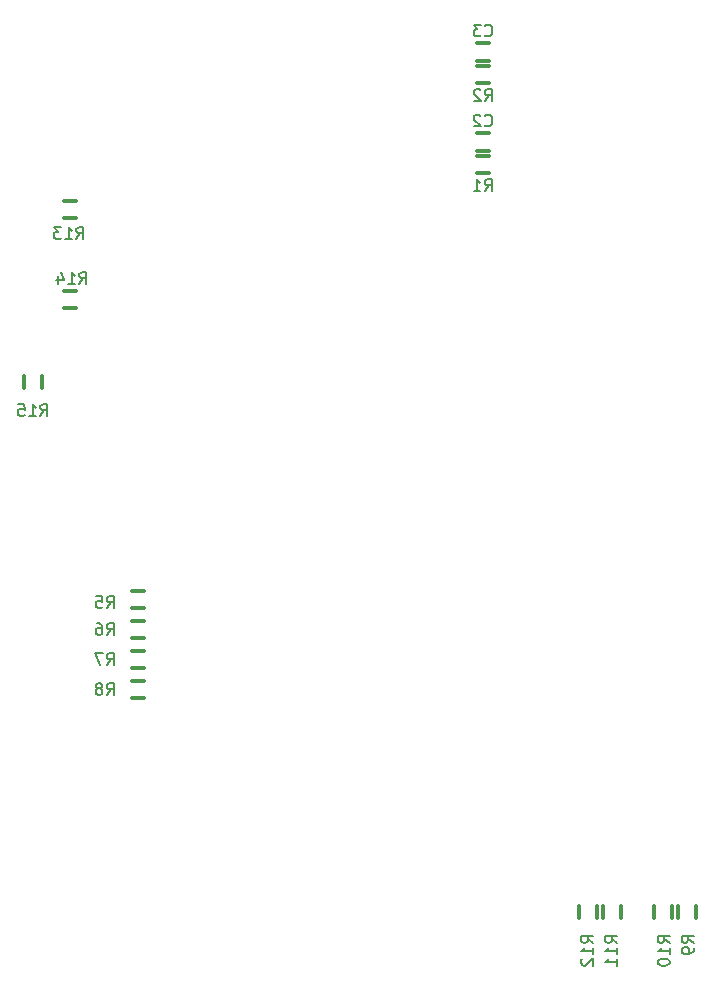
<source format=gbr>
G04 #@! TF.FileFunction,Legend,Bot*
%FSLAX46Y46*%
G04 Gerber Fmt 4.6, Leading zero omitted, Abs format (unit mm)*
G04 Created by KiCad (PCBNEW 4.0.7) date 06/22/21 16:10:00*
%MOMM*%
%LPD*%
G01*
G04 APERTURE LIST*
%ADD10C,0.100000*%
%ADD11C,0.300000*%
%ADD12C,0.150000*%
G04 APERTURE END LIST*
D10*
D11*
X96222000Y-62593000D02*
X95222000Y-62593000D01*
X95222000Y-64093000D02*
X96222000Y-64093000D01*
X96222000Y-54973000D02*
X95222000Y-54973000D01*
X95222000Y-56473000D02*
X96222000Y-56473000D01*
X95222000Y-65998000D02*
X96222000Y-65998000D01*
X96222000Y-64498000D02*
X95222000Y-64498000D01*
X95222000Y-58378000D02*
X96222000Y-58378000D01*
X96222000Y-56878000D02*
X95222000Y-56878000D01*
X66012000Y-102828000D02*
X67012000Y-102828000D01*
X67012000Y-101328000D02*
X66012000Y-101328000D01*
X66012000Y-105368000D02*
X67012000Y-105368000D01*
X67012000Y-103868000D02*
X66012000Y-103868000D01*
X66012000Y-107908000D02*
X67012000Y-107908000D01*
X67012000Y-106408000D02*
X66012000Y-106408000D01*
X66012000Y-110448000D02*
X67012000Y-110448000D01*
X67012000Y-108948000D02*
X66012000Y-108948000D01*
X113744000Y-128994000D02*
X113744000Y-127994000D01*
X112244000Y-127994000D02*
X112244000Y-128994000D01*
X111712000Y-128994000D02*
X111712000Y-127994000D01*
X110212000Y-127994000D02*
X110212000Y-128994000D01*
X107394000Y-128994000D02*
X107394000Y-127994000D01*
X105894000Y-127994000D02*
X105894000Y-128994000D01*
X105362000Y-128994000D02*
X105362000Y-127994000D01*
X103862000Y-127994000D02*
X103862000Y-128994000D01*
X60297000Y-69808000D02*
X61297000Y-69808000D01*
X61297000Y-68308000D02*
X60297000Y-68308000D01*
X60297000Y-77428000D02*
X61297000Y-77428000D01*
X61297000Y-75928000D02*
X60297000Y-75928000D01*
X58372000Y-84163000D02*
X58372000Y-83163000D01*
X56872000Y-83163000D02*
X56872000Y-84163000D01*
D12*
X95888666Y-61922143D02*
X95936285Y-61969762D01*
X96079142Y-62017381D01*
X96174380Y-62017381D01*
X96317238Y-61969762D01*
X96412476Y-61874524D01*
X96460095Y-61779286D01*
X96507714Y-61588810D01*
X96507714Y-61445952D01*
X96460095Y-61255476D01*
X96412476Y-61160238D01*
X96317238Y-61065000D01*
X96174380Y-61017381D01*
X96079142Y-61017381D01*
X95936285Y-61065000D01*
X95888666Y-61112619D01*
X95507714Y-61112619D02*
X95460095Y-61065000D01*
X95364857Y-61017381D01*
X95126761Y-61017381D01*
X95031523Y-61065000D01*
X94983904Y-61112619D01*
X94936285Y-61207857D01*
X94936285Y-61303095D01*
X94983904Y-61445952D01*
X95555333Y-62017381D01*
X94936285Y-62017381D01*
X95888666Y-54302143D02*
X95936285Y-54349762D01*
X96079142Y-54397381D01*
X96174380Y-54397381D01*
X96317238Y-54349762D01*
X96412476Y-54254524D01*
X96460095Y-54159286D01*
X96507714Y-53968810D01*
X96507714Y-53825952D01*
X96460095Y-53635476D01*
X96412476Y-53540238D01*
X96317238Y-53445000D01*
X96174380Y-53397381D01*
X96079142Y-53397381D01*
X95936285Y-53445000D01*
X95888666Y-53492619D01*
X95555333Y-53397381D02*
X94936285Y-53397381D01*
X95269619Y-53778333D01*
X95126761Y-53778333D01*
X95031523Y-53825952D01*
X94983904Y-53873571D01*
X94936285Y-53968810D01*
X94936285Y-54206905D01*
X94983904Y-54302143D01*
X95031523Y-54349762D01*
X95126761Y-54397381D01*
X95412476Y-54397381D01*
X95507714Y-54349762D01*
X95555333Y-54302143D01*
X95888666Y-67478381D02*
X96222000Y-67002190D01*
X96460095Y-67478381D02*
X96460095Y-66478381D01*
X96079142Y-66478381D01*
X95983904Y-66526000D01*
X95936285Y-66573619D01*
X95888666Y-66668857D01*
X95888666Y-66811714D01*
X95936285Y-66906952D01*
X95983904Y-66954571D01*
X96079142Y-67002190D01*
X96460095Y-67002190D01*
X94936285Y-67478381D02*
X95507714Y-67478381D01*
X95222000Y-67478381D02*
X95222000Y-66478381D01*
X95317238Y-66621238D01*
X95412476Y-66716476D01*
X95507714Y-66764095D01*
X95888666Y-59858381D02*
X96222000Y-59382190D01*
X96460095Y-59858381D02*
X96460095Y-58858381D01*
X96079142Y-58858381D01*
X95983904Y-58906000D01*
X95936285Y-58953619D01*
X95888666Y-59048857D01*
X95888666Y-59191714D01*
X95936285Y-59286952D01*
X95983904Y-59334571D01*
X96079142Y-59382190D01*
X96460095Y-59382190D01*
X95507714Y-58953619D02*
X95460095Y-58906000D01*
X95364857Y-58858381D01*
X95126761Y-58858381D01*
X95031523Y-58906000D01*
X94983904Y-58953619D01*
X94936285Y-59048857D01*
X94936285Y-59144095D01*
X94983904Y-59286952D01*
X95555333Y-59858381D01*
X94936285Y-59858381D01*
X63884666Y-102784381D02*
X64218000Y-102308190D01*
X64456095Y-102784381D02*
X64456095Y-101784381D01*
X64075142Y-101784381D01*
X63979904Y-101832000D01*
X63932285Y-101879619D01*
X63884666Y-101974857D01*
X63884666Y-102117714D01*
X63932285Y-102212952D01*
X63979904Y-102260571D01*
X64075142Y-102308190D01*
X64456095Y-102308190D01*
X62979904Y-101784381D02*
X63456095Y-101784381D01*
X63503714Y-102260571D01*
X63456095Y-102212952D01*
X63360857Y-102165333D01*
X63122761Y-102165333D01*
X63027523Y-102212952D01*
X62979904Y-102260571D01*
X62932285Y-102355810D01*
X62932285Y-102593905D01*
X62979904Y-102689143D01*
X63027523Y-102736762D01*
X63122761Y-102784381D01*
X63360857Y-102784381D01*
X63456095Y-102736762D01*
X63503714Y-102689143D01*
X63884666Y-105070381D02*
X64218000Y-104594190D01*
X64456095Y-105070381D02*
X64456095Y-104070381D01*
X64075142Y-104070381D01*
X63979904Y-104118000D01*
X63932285Y-104165619D01*
X63884666Y-104260857D01*
X63884666Y-104403714D01*
X63932285Y-104498952D01*
X63979904Y-104546571D01*
X64075142Y-104594190D01*
X64456095Y-104594190D01*
X63027523Y-104070381D02*
X63218000Y-104070381D01*
X63313238Y-104118000D01*
X63360857Y-104165619D01*
X63456095Y-104308476D01*
X63503714Y-104498952D01*
X63503714Y-104879905D01*
X63456095Y-104975143D01*
X63408476Y-105022762D01*
X63313238Y-105070381D01*
X63122761Y-105070381D01*
X63027523Y-105022762D01*
X62979904Y-104975143D01*
X62932285Y-104879905D01*
X62932285Y-104641810D01*
X62979904Y-104546571D01*
X63027523Y-104498952D01*
X63122761Y-104451333D01*
X63313238Y-104451333D01*
X63408476Y-104498952D01*
X63456095Y-104546571D01*
X63503714Y-104641810D01*
X63884666Y-107610381D02*
X64218000Y-107134190D01*
X64456095Y-107610381D02*
X64456095Y-106610381D01*
X64075142Y-106610381D01*
X63979904Y-106658000D01*
X63932285Y-106705619D01*
X63884666Y-106800857D01*
X63884666Y-106943714D01*
X63932285Y-107038952D01*
X63979904Y-107086571D01*
X64075142Y-107134190D01*
X64456095Y-107134190D01*
X63551333Y-106610381D02*
X62884666Y-106610381D01*
X63313238Y-107610381D01*
X63884666Y-110150381D02*
X64218000Y-109674190D01*
X64456095Y-110150381D02*
X64456095Y-109150381D01*
X64075142Y-109150381D01*
X63979904Y-109198000D01*
X63932285Y-109245619D01*
X63884666Y-109340857D01*
X63884666Y-109483714D01*
X63932285Y-109578952D01*
X63979904Y-109626571D01*
X64075142Y-109674190D01*
X64456095Y-109674190D01*
X63313238Y-109578952D02*
X63408476Y-109531333D01*
X63456095Y-109483714D01*
X63503714Y-109388476D01*
X63503714Y-109340857D01*
X63456095Y-109245619D01*
X63408476Y-109198000D01*
X63313238Y-109150381D01*
X63122761Y-109150381D01*
X63027523Y-109198000D01*
X62979904Y-109245619D01*
X62932285Y-109340857D01*
X62932285Y-109388476D01*
X62979904Y-109483714D01*
X63027523Y-109531333D01*
X63122761Y-109578952D01*
X63313238Y-109578952D01*
X63408476Y-109626571D01*
X63456095Y-109674190D01*
X63503714Y-109769429D01*
X63503714Y-109959905D01*
X63456095Y-110055143D01*
X63408476Y-110102762D01*
X63313238Y-110150381D01*
X63122761Y-110150381D01*
X63027523Y-110102762D01*
X62979904Y-110055143D01*
X62932285Y-109959905D01*
X62932285Y-109769429D01*
X62979904Y-109674190D01*
X63027523Y-109626571D01*
X63122761Y-109578952D01*
X113573381Y-131121334D02*
X113097190Y-130788000D01*
X113573381Y-130549905D02*
X112573381Y-130549905D01*
X112573381Y-130930858D01*
X112621000Y-131026096D01*
X112668619Y-131073715D01*
X112763857Y-131121334D01*
X112906714Y-131121334D01*
X113001952Y-131073715D01*
X113049571Y-131026096D01*
X113097190Y-130930858D01*
X113097190Y-130549905D01*
X113573381Y-131597524D02*
X113573381Y-131788000D01*
X113525762Y-131883239D01*
X113478143Y-131930858D01*
X113335286Y-132026096D01*
X113144810Y-132073715D01*
X112763857Y-132073715D01*
X112668619Y-132026096D01*
X112621000Y-131978477D01*
X112573381Y-131883239D01*
X112573381Y-131692762D01*
X112621000Y-131597524D01*
X112668619Y-131549905D01*
X112763857Y-131502286D01*
X113001952Y-131502286D01*
X113097190Y-131549905D01*
X113144810Y-131597524D01*
X113192429Y-131692762D01*
X113192429Y-131883239D01*
X113144810Y-131978477D01*
X113097190Y-132026096D01*
X113001952Y-132073715D01*
X111541381Y-131153143D02*
X111065190Y-130819809D01*
X111541381Y-130581714D02*
X110541381Y-130581714D01*
X110541381Y-130962667D01*
X110589000Y-131057905D01*
X110636619Y-131105524D01*
X110731857Y-131153143D01*
X110874714Y-131153143D01*
X110969952Y-131105524D01*
X111017571Y-131057905D01*
X111065190Y-130962667D01*
X111065190Y-130581714D01*
X111541381Y-132105524D02*
X111541381Y-131534095D01*
X111541381Y-131819809D02*
X110541381Y-131819809D01*
X110684238Y-131724571D01*
X110779476Y-131629333D01*
X110827095Y-131534095D01*
X110541381Y-132724571D02*
X110541381Y-132819810D01*
X110589000Y-132915048D01*
X110636619Y-132962667D01*
X110731857Y-133010286D01*
X110922333Y-133057905D01*
X111160429Y-133057905D01*
X111350905Y-133010286D01*
X111446143Y-132962667D01*
X111493762Y-132915048D01*
X111541381Y-132819810D01*
X111541381Y-132724571D01*
X111493762Y-132629333D01*
X111446143Y-132581714D01*
X111350905Y-132534095D01*
X111160429Y-132486476D01*
X110922333Y-132486476D01*
X110731857Y-132534095D01*
X110636619Y-132581714D01*
X110589000Y-132629333D01*
X110541381Y-132724571D01*
X107096381Y-131153143D02*
X106620190Y-130819809D01*
X107096381Y-130581714D02*
X106096381Y-130581714D01*
X106096381Y-130962667D01*
X106144000Y-131057905D01*
X106191619Y-131105524D01*
X106286857Y-131153143D01*
X106429714Y-131153143D01*
X106524952Y-131105524D01*
X106572571Y-131057905D01*
X106620190Y-130962667D01*
X106620190Y-130581714D01*
X107096381Y-132105524D02*
X107096381Y-131534095D01*
X107096381Y-131819809D02*
X106096381Y-131819809D01*
X106239238Y-131724571D01*
X106334476Y-131629333D01*
X106382095Y-131534095D01*
X107096381Y-133057905D02*
X107096381Y-132486476D01*
X107096381Y-132772190D02*
X106096381Y-132772190D01*
X106239238Y-132676952D01*
X106334476Y-132581714D01*
X106382095Y-132486476D01*
X105064381Y-131153143D02*
X104588190Y-130819809D01*
X105064381Y-130581714D02*
X104064381Y-130581714D01*
X104064381Y-130962667D01*
X104112000Y-131057905D01*
X104159619Y-131105524D01*
X104254857Y-131153143D01*
X104397714Y-131153143D01*
X104492952Y-131105524D01*
X104540571Y-131057905D01*
X104588190Y-130962667D01*
X104588190Y-130581714D01*
X105064381Y-132105524D02*
X105064381Y-131534095D01*
X105064381Y-131819809D02*
X104064381Y-131819809D01*
X104207238Y-131724571D01*
X104302476Y-131629333D01*
X104350095Y-131534095D01*
X104159619Y-132486476D02*
X104112000Y-132534095D01*
X104064381Y-132629333D01*
X104064381Y-132867429D01*
X104112000Y-132962667D01*
X104159619Y-133010286D01*
X104254857Y-133057905D01*
X104350095Y-133057905D01*
X104492952Y-133010286D01*
X105064381Y-132438857D01*
X105064381Y-133057905D01*
X61312857Y-71542381D02*
X61646191Y-71066190D01*
X61884286Y-71542381D02*
X61884286Y-70542381D01*
X61503333Y-70542381D01*
X61408095Y-70590000D01*
X61360476Y-70637619D01*
X61312857Y-70732857D01*
X61312857Y-70875714D01*
X61360476Y-70970952D01*
X61408095Y-71018571D01*
X61503333Y-71066190D01*
X61884286Y-71066190D01*
X60360476Y-71542381D02*
X60931905Y-71542381D01*
X60646191Y-71542381D02*
X60646191Y-70542381D01*
X60741429Y-70685238D01*
X60836667Y-70780476D01*
X60931905Y-70828095D01*
X60027143Y-70542381D02*
X59408095Y-70542381D01*
X59741429Y-70923333D01*
X59598571Y-70923333D01*
X59503333Y-70970952D01*
X59455714Y-71018571D01*
X59408095Y-71113810D01*
X59408095Y-71351905D01*
X59455714Y-71447143D01*
X59503333Y-71494762D01*
X59598571Y-71542381D01*
X59884286Y-71542381D01*
X59979524Y-71494762D01*
X60027143Y-71447143D01*
X61566857Y-75352381D02*
X61900191Y-74876190D01*
X62138286Y-75352381D02*
X62138286Y-74352381D01*
X61757333Y-74352381D01*
X61662095Y-74400000D01*
X61614476Y-74447619D01*
X61566857Y-74542857D01*
X61566857Y-74685714D01*
X61614476Y-74780952D01*
X61662095Y-74828571D01*
X61757333Y-74876190D01*
X62138286Y-74876190D01*
X60614476Y-75352381D02*
X61185905Y-75352381D01*
X60900191Y-75352381D02*
X60900191Y-74352381D01*
X60995429Y-74495238D01*
X61090667Y-74590476D01*
X61185905Y-74638095D01*
X59757333Y-74685714D02*
X59757333Y-75352381D01*
X59995429Y-74304762D02*
X60233524Y-75019048D01*
X59614476Y-75019048D01*
X58264857Y-86528381D02*
X58598191Y-86052190D01*
X58836286Y-86528381D02*
X58836286Y-85528381D01*
X58455333Y-85528381D01*
X58360095Y-85576000D01*
X58312476Y-85623619D01*
X58264857Y-85718857D01*
X58264857Y-85861714D01*
X58312476Y-85956952D01*
X58360095Y-86004571D01*
X58455333Y-86052190D01*
X58836286Y-86052190D01*
X57312476Y-86528381D02*
X57883905Y-86528381D01*
X57598191Y-86528381D02*
X57598191Y-85528381D01*
X57693429Y-85671238D01*
X57788667Y-85766476D01*
X57883905Y-85814095D01*
X56407714Y-85528381D02*
X56883905Y-85528381D01*
X56931524Y-86004571D01*
X56883905Y-85956952D01*
X56788667Y-85909333D01*
X56550571Y-85909333D01*
X56455333Y-85956952D01*
X56407714Y-86004571D01*
X56360095Y-86099810D01*
X56360095Y-86337905D01*
X56407714Y-86433143D01*
X56455333Y-86480762D01*
X56550571Y-86528381D01*
X56788667Y-86528381D01*
X56883905Y-86480762D01*
X56931524Y-86433143D01*
M02*

</source>
